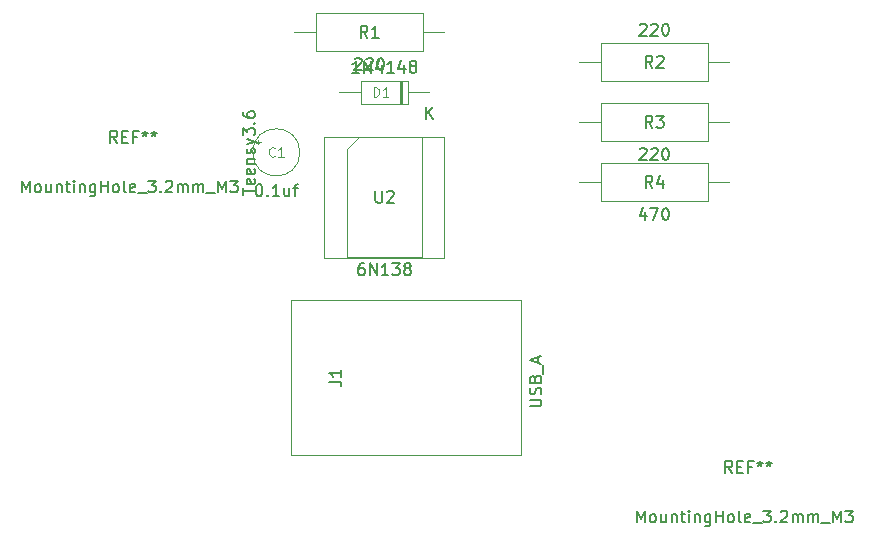
<source format=gbr>
G04 #@! TF.GenerationSoftware,KiCad,Pcbnew,(5.0.2)-1*
G04 #@! TF.CreationDate,2019-02-01T02:25:23-05:00*
G04 #@! TF.ProjectId,midimerger,6d696469-6d65-4726-9765-722e6b696361,rev?*
G04 #@! TF.SameCoordinates,PX60e4b00PY695f190*
G04 #@! TF.FileFunction,Other,Fab,Top*
%FSLAX46Y46*%
G04 Gerber Fmt 4.6, Leading zero omitted, Abs format (unit mm)*
G04 Created by KiCad (PCBNEW (5.0.2)-1) date 2/1/2019 2:25:23 AM*
%MOMM*%
%LPD*%
G01*
G04 APERTURE LIST*
%ADD10C,0.100000*%
%ADD11C,0.150000*%
%ADD12C,0.120000*%
G04 APERTURE END LIST*
D10*
G04 #@! TO.C,J1*
X26400000Y7420000D02*
X26400000Y20520000D01*
X26400000Y20520000D02*
X45870000Y20520000D01*
X26400000Y7420000D02*
X45870000Y7420000D01*
X45870000Y7420000D02*
X45870000Y20520000D01*
G04 #@! TO.C,C1*
X27130000Y33020000D02*
G75*
G03X27130000Y33020000I-2000000J0D01*
G01*
X23427446Y33887500D02*
X23827446Y33887500D01*
X23627446Y34087500D02*
X23627446Y33687500D01*
G04 #@! TO.C,D1*
X36290000Y37100000D02*
X36290000Y39100000D01*
X36290000Y39100000D02*
X32290000Y39100000D01*
X32290000Y39100000D02*
X32290000Y37100000D01*
X32290000Y37100000D02*
X36290000Y37100000D01*
X38100000Y38100000D02*
X36290000Y38100000D01*
X30480000Y38100000D02*
X32290000Y38100000D01*
X35690000Y37100000D02*
X35690000Y39100000D01*
X35590000Y37100000D02*
X35590000Y39100000D01*
X35790000Y37100000D02*
X35790000Y39100000D01*
G04 #@! TO.C,U2*
X32115000Y34290000D02*
X37465000Y34290000D01*
X37465000Y34290000D02*
X37465000Y24130000D01*
X37465000Y24130000D02*
X31115000Y24130000D01*
X31115000Y24130000D02*
X31115000Y33290000D01*
X31115000Y33290000D02*
X32115000Y34290000D01*
X29210000Y34350000D02*
X29210000Y24070000D01*
X29210000Y24070000D02*
X39370000Y24070000D01*
X39370000Y24070000D02*
X39370000Y34350000D01*
X39370000Y34350000D02*
X29210000Y34350000D01*
G04 #@! TO.C,R1*
X39370000Y43180000D02*
X37520000Y43180000D01*
X26670000Y43180000D02*
X28520000Y43180000D01*
X37520000Y44780000D02*
X28520000Y44780000D01*
X37520000Y41580000D02*
X37520000Y44780000D01*
X28520000Y41580000D02*
X37520000Y41580000D01*
X28520000Y44780000D02*
X28520000Y41580000D01*
G04 #@! TO.C,R2*
X61650000Y39040000D02*
X61650000Y42240000D01*
X61650000Y42240000D02*
X52650000Y42240000D01*
X52650000Y42240000D02*
X52650000Y39040000D01*
X52650000Y39040000D02*
X61650000Y39040000D01*
X63500000Y40640000D02*
X61650000Y40640000D01*
X50800000Y40640000D02*
X52650000Y40640000D01*
G04 #@! TO.C,R3*
X52650000Y37160000D02*
X52650000Y33960000D01*
X52650000Y33960000D02*
X61650000Y33960000D01*
X61650000Y33960000D02*
X61650000Y37160000D01*
X61650000Y37160000D02*
X52650000Y37160000D01*
X50800000Y35560000D02*
X52650000Y35560000D01*
X63500000Y35560000D02*
X61650000Y35560000D01*
G04 #@! TO.C,R4*
X63500000Y30480000D02*
X61650000Y30480000D01*
X50800000Y30480000D02*
X52650000Y30480000D01*
X61650000Y32080000D02*
X52650000Y32080000D01*
X61650000Y28880000D02*
X61650000Y32080000D01*
X52650000Y28880000D02*
X61650000Y28880000D01*
X52650000Y32080000D02*
X52650000Y28880000D01*
G04 #@! TD*
G04 #@! TO.C,U1*
D11*
X22312380Y29448572D02*
X22312380Y30020000D01*
X23312380Y29734286D02*
X22312380Y29734286D01*
X23264761Y30734286D02*
X23312380Y30639048D01*
X23312380Y30448572D01*
X23264761Y30353334D01*
X23169523Y30305715D01*
X22788571Y30305715D01*
X22693333Y30353334D01*
X22645714Y30448572D01*
X22645714Y30639048D01*
X22693333Y30734286D01*
X22788571Y30781905D01*
X22883809Y30781905D01*
X22979047Y30305715D01*
X23264761Y31591429D02*
X23312380Y31496191D01*
X23312380Y31305715D01*
X23264761Y31210477D01*
X23169523Y31162858D01*
X22788571Y31162858D01*
X22693333Y31210477D01*
X22645714Y31305715D01*
X22645714Y31496191D01*
X22693333Y31591429D01*
X22788571Y31639048D01*
X22883809Y31639048D01*
X22979047Y31162858D01*
X22645714Y32067620D02*
X23312380Y32067620D01*
X22740952Y32067620D02*
X22693333Y32115239D01*
X22645714Y32210477D01*
X22645714Y32353334D01*
X22693333Y32448572D01*
X22788571Y32496191D01*
X23312380Y32496191D01*
X23264761Y32924762D02*
X23312380Y33020000D01*
X23312380Y33210477D01*
X23264761Y33305715D01*
X23169523Y33353334D01*
X23121904Y33353334D01*
X23026666Y33305715D01*
X22979047Y33210477D01*
X22979047Y33067620D01*
X22931428Y32972381D01*
X22836190Y32924762D01*
X22788571Y32924762D01*
X22693333Y32972381D01*
X22645714Y33067620D01*
X22645714Y33210477D01*
X22693333Y33305715D01*
X22645714Y33686667D02*
X23312380Y33924762D01*
X22645714Y34162858D02*
X23312380Y33924762D01*
X23550476Y33829524D01*
X23598095Y33781905D01*
X23645714Y33686667D01*
X22312380Y34448572D02*
X22312380Y35067620D01*
X22693333Y34734286D01*
X22693333Y34877143D01*
X22740952Y34972381D01*
X22788571Y35020000D01*
X22883809Y35067620D01*
X23121904Y35067620D01*
X23217142Y35020000D01*
X23264761Y34972381D01*
X23312380Y34877143D01*
X23312380Y34591429D01*
X23264761Y34496191D01*
X23217142Y34448572D01*
X23217142Y35496191D02*
X23264761Y35543810D01*
X23312380Y35496191D01*
X23264761Y35448572D01*
X23217142Y35496191D01*
X23312380Y35496191D01*
X22312380Y36400953D02*
X22312380Y36210477D01*
X22360000Y36115239D01*
X22407619Y36067620D01*
X22550476Y35972381D01*
X22740952Y35924762D01*
X23121904Y35924762D01*
X23217142Y35972381D01*
X23264761Y36020000D01*
X23312380Y36115239D01*
X23312380Y36305715D01*
X23264761Y36400953D01*
X23217142Y36448572D01*
X23121904Y36496191D01*
X22883809Y36496191D01*
X22788571Y36448572D01*
X22740952Y36400953D01*
X22693333Y36305715D01*
X22693333Y36115239D01*
X22740952Y36020000D01*
X22788571Y35972381D01*
X22883809Y35924762D01*
G04 #@! TO.C,J1*
X46587380Y11523572D02*
X47396904Y11523572D01*
X47492142Y11571191D01*
X47539761Y11618810D01*
X47587380Y11714048D01*
X47587380Y11904524D01*
X47539761Y11999762D01*
X47492142Y12047381D01*
X47396904Y12095000D01*
X46587380Y12095000D01*
X47539761Y12523572D02*
X47587380Y12666429D01*
X47587380Y12904524D01*
X47539761Y12999762D01*
X47492142Y13047381D01*
X47396904Y13095000D01*
X47301666Y13095000D01*
X47206428Y13047381D01*
X47158809Y12999762D01*
X47111190Y12904524D01*
X47063571Y12714048D01*
X47015952Y12618810D01*
X46968333Y12571191D01*
X46873095Y12523572D01*
X46777857Y12523572D01*
X46682619Y12571191D01*
X46635000Y12618810D01*
X46587380Y12714048D01*
X46587380Y12952143D01*
X46635000Y13095000D01*
X47063571Y13856905D02*
X47111190Y13999762D01*
X47158809Y14047381D01*
X47254047Y14095000D01*
X47396904Y14095000D01*
X47492142Y14047381D01*
X47539761Y13999762D01*
X47587380Y13904524D01*
X47587380Y13523572D01*
X46587380Y13523572D01*
X46587380Y13856905D01*
X46635000Y13952143D01*
X46682619Y13999762D01*
X46777857Y14047381D01*
X46873095Y14047381D01*
X46968333Y13999762D01*
X47015952Y13952143D01*
X47063571Y13856905D01*
X47063571Y13523572D01*
X47682619Y14285477D02*
X47682619Y15047381D01*
X47301666Y15237858D02*
X47301666Y15714048D01*
X47587380Y15142620D02*
X46587380Y15475953D01*
X47587380Y15809286D01*
X29637380Y13611667D02*
X30351666Y13611667D01*
X30494523Y13564048D01*
X30589761Y13468810D01*
X30637380Y13325953D01*
X30637380Y13230715D01*
X30637380Y14611667D02*
X30637380Y14040239D01*
X30637380Y14325953D02*
X29637380Y14325953D01*
X29780238Y14230715D01*
X29875476Y14135477D01*
X29923095Y14040239D01*
G04 #@! TO.C,REF\002A\002A*
X3580952Y29637620D02*
X3580952Y30637620D01*
X3914285Y29923334D01*
X4247619Y30637620D01*
X4247619Y29637620D01*
X4866666Y29637620D02*
X4771428Y29685239D01*
X4723809Y29732858D01*
X4676190Y29828096D01*
X4676190Y30113810D01*
X4723809Y30209048D01*
X4771428Y30256667D01*
X4866666Y30304286D01*
X5009523Y30304286D01*
X5104761Y30256667D01*
X5152380Y30209048D01*
X5199999Y30113810D01*
X5199999Y29828096D01*
X5152380Y29732858D01*
X5104761Y29685239D01*
X5009523Y29637620D01*
X4866666Y29637620D01*
X6057142Y30304286D02*
X6057142Y29637620D01*
X5628571Y30304286D02*
X5628571Y29780477D01*
X5676190Y29685239D01*
X5771428Y29637620D01*
X5914285Y29637620D01*
X6009523Y29685239D01*
X6057142Y29732858D01*
X6533333Y30304286D02*
X6533333Y29637620D01*
X6533333Y30209048D02*
X6580952Y30256667D01*
X6676190Y30304286D01*
X6819047Y30304286D01*
X6914285Y30256667D01*
X6961904Y30161429D01*
X6961904Y29637620D01*
X7295238Y30304286D02*
X7676190Y30304286D01*
X7438095Y30637620D02*
X7438095Y29780477D01*
X7485714Y29685239D01*
X7580952Y29637620D01*
X7676190Y29637620D01*
X8009523Y29637620D02*
X8009523Y30304286D01*
X8009523Y30637620D02*
X7961904Y30590000D01*
X8009523Y30542381D01*
X8057142Y30590000D01*
X8009523Y30637620D01*
X8009523Y30542381D01*
X8485714Y30304286D02*
X8485714Y29637620D01*
X8485714Y30209048D02*
X8533333Y30256667D01*
X8628571Y30304286D01*
X8771428Y30304286D01*
X8866666Y30256667D01*
X8914285Y30161429D01*
X8914285Y29637620D01*
X9819047Y30304286D02*
X9819047Y29494762D01*
X9771428Y29399524D01*
X9723809Y29351905D01*
X9628571Y29304286D01*
X9485714Y29304286D01*
X9390476Y29351905D01*
X9819047Y29685239D02*
X9723809Y29637620D01*
X9533333Y29637620D01*
X9438095Y29685239D01*
X9390476Y29732858D01*
X9342857Y29828096D01*
X9342857Y30113810D01*
X9390476Y30209048D01*
X9438095Y30256667D01*
X9533333Y30304286D01*
X9723809Y30304286D01*
X9819047Y30256667D01*
X10295238Y29637620D02*
X10295238Y30637620D01*
X10295238Y30161429D02*
X10866666Y30161429D01*
X10866666Y29637620D02*
X10866666Y30637620D01*
X11485714Y29637620D02*
X11390476Y29685239D01*
X11342857Y29732858D01*
X11295238Y29828096D01*
X11295238Y30113810D01*
X11342857Y30209048D01*
X11390476Y30256667D01*
X11485714Y30304286D01*
X11628571Y30304286D01*
X11723809Y30256667D01*
X11771428Y30209048D01*
X11819047Y30113810D01*
X11819047Y29828096D01*
X11771428Y29732858D01*
X11723809Y29685239D01*
X11628571Y29637620D01*
X11485714Y29637620D01*
X12390476Y29637620D02*
X12295238Y29685239D01*
X12247619Y29780477D01*
X12247619Y30637620D01*
X13152380Y29685239D02*
X13057142Y29637620D01*
X12866666Y29637620D01*
X12771428Y29685239D01*
X12723809Y29780477D01*
X12723809Y30161429D01*
X12771428Y30256667D01*
X12866666Y30304286D01*
X13057142Y30304286D01*
X13152380Y30256667D01*
X13199999Y30161429D01*
X13199999Y30066191D01*
X12723809Y29970953D01*
X13390476Y29542381D02*
X14152380Y29542381D01*
X14295238Y30637620D02*
X14914285Y30637620D01*
X14580952Y30256667D01*
X14723809Y30256667D01*
X14819047Y30209048D01*
X14866666Y30161429D01*
X14914285Y30066191D01*
X14914285Y29828096D01*
X14866666Y29732858D01*
X14819047Y29685239D01*
X14723809Y29637620D01*
X14438095Y29637620D01*
X14342857Y29685239D01*
X14295238Y29732858D01*
X15342857Y29732858D02*
X15390476Y29685239D01*
X15342857Y29637620D01*
X15295238Y29685239D01*
X15342857Y29732858D01*
X15342857Y29637620D01*
X15771428Y30542381D02*
X15819047Y30590000D01*
X15914285Y30637620D01*
X16152380Y30637620D01*
X16247619Y30590000D01*
X16295238Y30542381D01*
X16342857Y30447143D01*
X16342857Y30351905D01*
X16295238Y30209048D01*
X15723809Y29637620D01*
X16342857Y29637620D01*
X16771428Y29637620D02*
X16771428Y30304286D01*
X16771428Y30209048D02*
X16819047Y30256667D01*
X16914285Y30304286D01*
X17057142Y30304286D01*
X17152380Y30256667D01*
X17199999Y30161429D01*
X17199999Y29637620D01*
X17199999Y30161429D02*
X17247619Y30256667D01*
X17342857Y30304286D01*
X17485714Y30304286D01*
X17580952Y30256667D01*
X17628571Y30161429D01*
X17628571Y29637620D01*
X18104761Y29637620D02*
X18104761Y30304286D01*
X18104761Y30209048D02*
X18152380Y30256667D01*
X18247619Y30304286D01*
X18390476Y30304286D01*
X18485714Y30256667D01*
X18533333Y30161429D01*
X18533333Y29637620D01*
X18533333Y30161429D02*
X18580952Y30256667D01*
X18676190Y30304286D01*
X18819047Y30304286D01*
X18914285Y30256667D01*
X18961904Y30161429D01*
X18961904Y29637620D01*
X19199999Y29542381D02*
X19961904Y29542381D01*
X20199999Y29637620D02*
X20199999Y30637620D01*
X20533333Y29923334D01*
X20866666Y30637620D01*
X20866666Y29637620D01*
X21247619Y30637620D02*
X21866666Y30637620D01*
X21533333Y30256667D01*
X21676190Y30256667D01*
X21771428Y30209048D01*
X21819047Y30161429D01*
X21866666Y30066191D01*
X21866666Y29828096D01*
X21819047Y29732858D01*
X21771428Y29685239D01*
X21676190Y29637620D01*
X21390476Y29637620D01*
X21295238Y29685239D01*
X21247619Y29732858D01*
X11666666Y33837620D02*
X11333333Y34313810D01*
X11095238Y33837620D02*
X11095238Y34837620D01*
X11476190Y34837620D01*
X11571428Y34790000D01*
X11619047Y34742381D01*
X11666666Y34647143D01*
X11666666Y34504286D01*
X11619047Y34409048D01*
X11571428Y34361429D01*
X11476190Y34313810D01*
X11095238Y34313810D01*
X12095238Y34361429D02*
X12428571Y34361429D01*
X12571428Y33837620D02*
X12095238Y33837620D01*
X12095238Y34837620D01*
X12571428Y34837620D01*
X13333333Y34361429D02*
X13000000Y34361429D01*
X13000000Y33837620D02*
X13000000Y34837620D01*
X13476190Y34837620D01*
X14000000Y34837620D02*
X14000000Y34599524D01*
X13761904Y34694762D02*
X14000000Y34599524D01*
X14238095Y34694762D01*
X13857142Y34409048D02*
X14000000Y34599524D01*
X14142857Y34409048D01*
X14761904Y34837620D02*
X14761904Y34599524D01*
X14523809Y34694762D02*
X14761904Y34599524D01*
X15000000Y34694762D01*
X14619047Y34409048D02*
X14761904Y34599524D01*
X14904761Y34409048D01*
G04 #@! TO.C,C1*
X23630000Y30317620D02*
X23725238Y30317620D01*
X23820476Y30270000D01*
X23868095Y30222381D01*
X23915714Y30127143D01*
X23963333Y29936667D01*
X23963333Y29698572D01*
X23915714Y29508096D01*
X23868095Y29412858D01*
X23820476Y29365239D01*
X23725238Y29317620D01*
X23630000Y29317620D01*
X23534761Y29365239D01*
X23487142Y29412858D01*
X23439523Y29508096D01*
X23391904Y29698572D01*
X23391904Y29936667D01*
X23439523Y30127143D01*
X23487142Y30222381D01*
X23534761Y30270000D01*
X23630000Y30317620D01*
X24391904Y29412858D02*
X24439523Y29365239D01*
X24391904Y29317620D01*
X24344285Y29365239D01*
X24391904Y29412858D01*
X24391904Y29317620D01*
X25391904Y29317620D02*
X24820476Y29317620D01*
X25106190Y29317620D02*
X25106190Y30317620D01*
X25010952Y30174762D01*
X24915714Y30079524D01*
X24820476Y30031905D01*
X26249047Y29984286D02*
X26249047Y29317620D01*
X25820476Y29984286D02*
X25820476Y29460477D01*
X25868095Y29365239D01*
X25963333Y29317620D01*
X26106190Y29317620D01*
X26201428Y29365239D01*
X26249047Y29412858D01*
X26582380Y29984286D02*
X26963333Y29984286D01*
X26725238Y29317620D02*
X26725238Y30174762D01*
X26772857Y30270000D01*
X26868095Y30317620D01*
X26963333Y30317620D01*
D12*
X24996666Y32734286D02*
X24958571Y32696191D01*
X24844285Y32658096D01*
X24768095Y32658096D01*
X24653809Y32696191D01*
X24577619Y32772381D01*
X24539523Y32848572D01*
X24501428Y33000953D01*
X24501428Y33115239D01*
X24539523Y33267620D01*
X24577619Y33343810D01*
X24653809Y33420000D01*
X24768095Y33458096D01*
X24844285Y33458096D01*
X24958571Y33420000D01*
X24996666Y33381905D01*
X25758571Y32658096D02*
X25301428Y32658096D01*
X25530000Y32658096D02*
X25530000Y33458096D01*
X25453809Y33343810D01*
X25377619Y33267620D01*
X25301428Y33229524D01*
G04 #@! TO.C,D1*
D11*
X32147142Y39767620D02*
X31575714Y39767620D01*
X31861428Y39767620D02*
X31861428Y40767620D01*
X31766190Y40624762D01*
X31670952Y40529524D01*
X31575714Y40481905D01*
X32575714Y39767620D02*
X32575714Y40767620D01*
X33147142Y39767620D01*
X33147142Y40767620D01*
X34051904Y40434286D02*
X34051904Y39767620D01*
X33813809Y40815239D02*
X33575714Y40100953D01*
X34194761Y40100953D01*
X35099523Y39767620D02*
X34528095Y39767620D01*
X34813809Y39767620D02*
X34813809Y40767620D01*
X34718571Y40624762D01*
X34623333Y40529524D01*
X34528095Y40481905D01*
X35956666Y40434286D02*
X35956666Y39767620D01*
X35718571Y40815239D02*
X35480476Y40100953D01*
X36099523Y40100953D01*
X36623333Y40339048D02*
X36528095Y40386667D01*
X36480476Y40434286D01*
X36432857Y40529524D01*
X36432857Y40577143D01*
X36480476Y40672381D01*
X36528095Y40720000D01*
X36623333Y40767620D01*
X36813809Y40767620D01*
X36909047Y40720000D01*
X36956666Y40672381D01*
X37004285Y40577143D01*
X37004285Y40529524D01*
X36956666Y40434286D01*
X36909047Y40386667D01*
X36813809Y40339048D01*
X36623333Y40339048D01*
X36528095Y40291429D01*
X36480476Y40243810D01*
X36432857Y40148572D01*
X36432857Y39958096D01*
X36480476Y39862858D01*
X36528095Y39815239D01*
X36623333Y39767620D01*
X36813809Y39767620D01*
X36909047Y39815239D01*
X36956666Y39862858D01*
X37004285Y39958096D01*
X37004285Y40148572D01*
X36956666Y40243810D01*
X36909047Y40291429D01*
X36813809Y40339048D01*
D12*
X33399523Y37738096D02*
X33399523Y38538096D01*
X33590000Y38538096D01*
X33704285Y38500000D01*
X33780476Y38423810D01*
X33818571Y38347620D01*
X33856666Y38195239D01*
X33856666Y38080953D01*
X33818571Y37928572D01*
X33780476Y37852381D01*
X33704285Y37776191D01*
X33590000Y37738096D01*
X33399523Y37738096D01*
X34618571Y37738096D02*
X34161428Y37738096D01*
X34390000Y37738096D02*
X34390000Y38538096D01*
X34313809Y38423810D01*
X34237619Y38347620D01*
X34161428Y38309524D01*
D11*
X37838095Y35847620D02*
X37838095Y36847620D01*
X38409523Y35847620D02*
X37980952Y36419048D01*
X38409523Y36847620D02*
X37838095Y36276191D01*
G04 #@! TO.C,U2*
X32528095Y23617620D02*
X32337619Y23617620D01*
X32242380Y23570000D01*
X32194761Y23522381D01*
X32099523Y23379524D01*
X32051904Y23189048D01*
X32051904Y22808096D01*
X32099523Y22712858D01*
X32147142Y22665239D01*
X32242380Y22617620D01*
X32432857Y22617620D01*
X32528095Y22665239D01*
X32575714Y22712858D01*
X32623333Y22808096D01*
X32623333Y23046191D01*
X32575714Y23141429D01*
X32528095Y23189048D01*
X32432857Y23236667D01*
X32242380Y23236667D01*
X32147142Y23189048D01*
X32099523Y23141429D01*
X32051904Y23046191D01*
X33051904Y22617620D02*
X33051904Y23617620D01*
X33623333Y22617620D01*
X33623333Y23617620D01*
X34623333Y22617620D02*
X34051904Y22617620D01*
X34337619Y22617620D02*
X34337619Y23617620D01*
X34242380Y23474762D01*
X34147142Y23379524D01*
X34051904Y23331905D01*
X34956666Y23617620D02*
X35575714Y23617620D01*
X35242380Y23236667D01*
X35385238Y23236667D01*
X35480476Y23189048D01*
X35528095Y23141429D01*
X35575714Y23046191D01*
X35575714Y22808096D01*
X35528095Y22712858D01*
X35480476Y22665239D01*
X35385238Y22617620D01*
X35099523Y22617620D01*
X35004285Y22665239D01*
X34956666Y22712858D01*
X36147142Y23189048D02*
X36051904Y23236667D01*
X36004285Y23284286D01*
X35956666Y23379524D01*
X35956666Y23427143D01*
X36004285Y23522381D01*
X36051904Y23570000D01*
X36147142Y23617620D01*
X36337619Y23617620D01*
X36432857Y23570000D01*
X36480476Y23522381D01*
X36528095Y23427143D01*
X36528095Y23379524D01*
X36480476Y23284286D01*
X36432857Y23236667D01*
X36337619Y23189048D01*
X36147142Y23189048D01*
X36051904Y23141429D01*
X36004285Y23093810D01*
X35956666Y22998572D01*
X35956666Y22808096D01*
X36004285Y22712858D01*
X36051904Y22665239D01*
X36147142Y22617620D01*
X36337619Y22617620D01*
X36432857Y22665239D01*
X36480476Y22712858D01*
X36528095Y22808096D01*
X36528095Y22998572D01*
X36480476Y23093810D01*
X36432857Y23141429D01*
X36337619Y23189048D01*
X33528095Y29757620D02*
X33528095Y28948096D01*
X33575714Y28852858D01*
X33623333Y28805239D01*
X33718571Y28757620D01*
X33909047Y28757620D01*
X34004285Y28805239D01*
X34051904Y28852858D01*
X34099523Y28948096D01*
X34099523Y29757620D01*
X34528095Y29662381D02*
X34575714Y29710000D01*
X34670952Y29757620D01*
X34909047Y29757620D01*
X35004285Y29710000D01*
X35051904Y29662381D01*
X35099523Y29567143D01*
X35099523Y29471905D01*
X35051904Y29329048D01*
X34480476Y28757620D01*
X35099523Y28757620D01*
G04 #@! TO.C,REF\002A\002A*
X55650952Y1697620D02*
X55650952Y2697620D01*
X55984285Y1983334D01*
X56317619Y2697620D01*
X56317619Y1697620D01*
X56936666Y1697620D02*
X56841428Y1745239D01*
X56793809Y1792858D01*
X56746190Y1888096D01*
X56746190Y2173810D01*
X56793809Y2269048D01*
X56841428Y2316667D01*
X56936666Y2364286D01*
X57079523Y2364286D01*
X57174761Y2316667D01*
X57222380Y2269048D01*
X57270000Y2173810D01*
X57270000Y1888096D01*
X57222380Y1792858D01*
X57174761Y1745239D01*
X57079523Y1697620D01*
X56936666Y1697620D01*
X58127142Y2364286D02*
X58127142Y1697620D01*
X57698571Y2364286D02*
X57698571Y1840477D01*
X57746190Y1745239D01*
X57841428Y1697620D01*
X57984285Y1697620D01*
X58079523Y1745239D01*
X58127142Y1792858D01*
X58603333Y2364286D02*
X58603333Y1697620D01*
X58603333Y2269048D02*
X58650952Y2316667D01*
X58746190Y2364286D01*
X58889047Y2364286D01*
X58984285Y2316667D01*
X59031904Y2221429D01*
X59031904Y1697620D01*
X59365238Y2364286D02*
X59746190Y2364286D01*
X59508095Y2697620D02*
X59508095Y1840477D01*
X59555714Y1745239D01*
X59650952Y1697620D01*
X59746190Y1697620D01*
X60079523Y1697620D02*
X60079523Y2364286D01*
X60079523Y2697620D02*
X60031904Y2650000D01*
X60079523Y2602381D01*
X60127142Y2650000D01*
X60079523Y2697620D01*
X60079523Y2602381D01*
X60555714Y2364286D02*
X60555714Y1697620D01*
X60555714Y2269048D02*
X60603333Y2316667D01*
X60698571Y2364286D01*
X60841428Y2364286D01*
X60936666Y2316667D01*
X60984285Y2221429D01*
X60984285Y1697620D01*
X61889047Y2364286D02*
X61889047Y1554762D01*
X61841428Y1459524D01*
X61793809Y1411905D01*
X61698571Y1364286D01*
X61555714Y1364286D01*
X61460476Y1411905D01*
X61889047Y1745239D02*
X61793809Y1697620D01*
X61603333Y1697620D01*
X61508095Y1745239D01*
X61460476Y1792858D01*
X61412857Y1888096D01*
X61412857Y2173810D01*
X61460476Y2269048D01*
X61508095Y2316667D01*
X61603333Y2364286D01*
X61793809Y2364286D01*
X61889047Y2316667D01*
X62365238Y1697620D02*
X62365238Y2697620D01*
X62365238Y2221429D02*
X62936666Y2221429D01*
X62936666Y1697620D02*
X62936666Y2697620D01*
X63555714Y1697620D02*
X63460476Y1745239D01*
X63412857Y1792858D01*
X63365238Y1888096D01*
X63365238Y2173810D01*
X63412857Y2269048D01*
X63460476Y2316667D01*
X63555714Y2364286D01*
X63698571Y2364286D01*
X63793809Y2316667D01*
X63841428Y2269048D01*
X63889047Y2173810D01*
X63889047Y1888096D01*
X63841428Y1792858D01*
X63793809Y1745239D01*
X63698571Y1697620D01*
X63555714Y1697620D01*
X64460476Y1697620D02*
X64365238Y1745239D01*
X64317619Y1840477D01*
X64317619Y2697620D01*
X65222380Y1745239D02*
X65127142Y1697620D01*
X64936666Y1697620D01*
X64841428Y1745239D01*
X64793809Y1840477D01*
X64793809Y2221429D01*
X64841428Y2316667D01*
X64936666Y2364286D01*
X65127142Y2364286D01*
X65222380Y2316667D01*
X65270000Y2221429D01*
X65270000Y2126191D01*
X64793809Y2030953D01*
X65460476Y1602381D02*
X66222380Y1602381D01*
X66365238Y2697620D02*
X66984285Y2697620D01*
X66650952Y2316667D01*
X66793809Y2316667D01*
X66889047Y2269048D01*
X66936666Y2221429D01*
X66984285Y2126191D01*
X66984285Y1888096D01*
X66936666Y1792858D01*
X66889047Y1745239D01*
X66793809Y1697620D01*
X66508095Y1697620D01*
X66412857Y1745239D01*
X66365238Y1792858D01*
X67412857Y1792858D02*
X67460476Y1745239D01*
X67412857Y1697620D01*
X67365238Y1745239D01*
X67412857Y1792858D01*
X67412857Y1697620D01*
X67841428Y2602381D02*
X67889047Y2650000D01*
X67984285Y2697620D01*
X68222380Y2697620D01*
X68317619Y2650000D01*
X68365238Y2602381D01*
X68412857Y2507143D01*
X68412857Y2411905D01*
X68365238Y2269048D01*
X67793809Y1697620D01*
X68412857Y1697620D01*
X68841428Y1697620D02*
X68841428Y2364286D01*
X68841428Y2269048D02*
X68889047Y2316667D01*
X68984285Y2364286D01*
X69127142Y2364286D01*
X69222380Y2316667D01*
X69270000Y2221429D01*
X69270000Y1697620D01*
X69270000Y2221429D02*
X69317619Y2316667D01*
X69412857Y2364286D01*
X69555714Y2364286D01*
X69650952Y2316667D01*
X69698571Y2221429D01*
X69698571Y1697620D01*
X70174761Y1697620D02*
X70174761Y2364286D01*
X70174761Y2269048D02*
X70222380Y2316667D01*
X70317619Y2364286D01*
X70460476Y2364286D01*
X70555714Y2316667D01*
X70603333Y2221429D01*
X70603333Y1697620D01*
X70603333Y2221429D02*
X70650952Y2316667D01*
X70746190Y2364286D01*
X70889047Y2364286D01*
X70984285Y2316667D01*
X71031904Y2221429D01*
X71031904Y1697620D01*
X71270000Y1602381D02*
X72031904Y1602381D01*
X72270000Y1697620D02*
X72270000Y2697620D01*
X72603333Y1983334D01*
X72936666Y2697620D01*
X72936666Y1697620D01*
X73317619Y2697620D02*
X73936666Y2697620D01*
X73603333Y2316667D01*
X73746190Y2316667D01*
X73841428Y2269048D01*
X73889047Y2221429D01*
X73936666Y2126191D01*
X73936666Y1888096D01*
X73889047Y1792858D01*
X73841428Y1745239D01*
X73746190Y1697620D01*
X73460476Y1697620D01*
X73365238Y1745239D01*
X73317619Y1792858D01*
X63736666Y5897620D02*
X63403333Y6373810D01*
X63165238Y5897620D02*
X63165238Y6897620D01*
X63546190Y6897620D01*
X63641428Y6850000D01*
X63689047Y6802381D01*
X63736666Y6707143D01*
X63736666Y6564286D01*
X63689047Y6469048D01*
X63641428Y6421429D01*
X63546190Y6373810D01*
X63165238Y6373810D01*
X64165238Y6421429D02*
X64498571Y6421429D01*
X64641428Y5897620D02*
X64165238Y5897620D01*
X64165238Y6897620D01*
X64641428Y6897620D01*
X65403333Y6421429D02*
X65070000Y6421429D01*
X65070000Y5897620D02*
X65070000Y6897620D01*
X65546190Y6897620D01*
X66070000Y6897620D02*
X66070000Y6659524D01*
X65831904Y6754762D02*
X66070000Y6659524D01*
X66308095Y6754762D01*
X65927142Y6469048D02*
X66070000Y6659524D01*
X66212857Y6469048D01*
X66831904Y6897620D02*
X66831904Y6659524D01*
X66593809Y6754762D02*
X66831904Y6659524D01*
X67070000Y6754762D01*
X66689047Y6469048D02*
X66831904Y6659524D01*
X66974761Y6469048D01*
G04 #@! TO.C,R1*
X31781904Y40912381D02*
X31829523Y40960000D01*
X31924761Y41007620D01*
X32162857Y41007620D01*
X32258095Y40960000D01*
X32305714Y40912381D01*
X32353333Y40817143D01*
X32353333Y40721905D01*
X32305714Y40579048D01*
X31734285Y40007620D01*
X32353333Y40007620D01*
X32734285Y40912381D02*
X32781904Y40960000D01*
X32877142Y41007620D01*
X33115238Y41007620D01*
X33210476Y40960000D01*
X33258095Y40912381D01*
X33305714Y40817143D01*
X33305714Y40721905D01*
X33258095Y40579048D01*
X32686666Y40007620D01*
X33305714Y40007620D01*
X33924761Y41007620D02*
X34020000Y41007620D01*
X34115238Y40960000D01*
X34162857Y40912381D01*
X34210476Y40817143D01*
X34258095Y40626667D01*
X34258095Y40388572D01*
X34210476Y40198096D01*
X34162857Y40102858D01*
X34115238Y40055239D01*
X34020000Y40007620D01*
X33924761Y40007620D01*
X33829523Y40055239D01*
X33781904Y40102858D01*
X33734285Y40198096D01*
X33686666Y40388572D01*
X33686666Y40626667D01*
X33734285Y40817143D01*
X33781904Y40912381D01*
X33829523Y40960000D01*
X33924761Y41007620D01*
X32853333Y42727620D02*
X32520000Y43203810D01*
X32281904Y42727620D02*
X32281904Y43727620D01*
X32662857Y43727620D01*
X32758095Y43680000D01*
X32805714Y43632381D01*
X32853333Y43537143D01*
X32853333Y43394286D01*
X32805714Y43299048D01*
X32758095Y43251429D01*
X32662857Y43203810D01*
X32281904Y43203810D01*
X33805714Y42727620D02*
X33234285Y42727620D01*
X33520000Y42727620D02*
X33520000Y43727620D01*
X33424761Y43584762D01*
X33329523Y43489524D01*
X33234285Y43441905D01*
G04 #@! TO.C,R2*
X55911904Y43812381D02*
X55959523Y43860000D01*
X56054761Y43907620D01*
X56292857Y43907620D01*
X56388095Y43860000D01*
X56435714Y43812381D01*
X56483333Y43717143D01*
X56483333Y43621905D01*
X56435714Y43479048D01*
X55864285Y42907620D01*
X56483333Y42907620D01*
X56864285Y43812381D02*
X56911904Y43860000D01*
X57007142Y43907620D01*
X57245238Y43907620D01*
X57340476Y43860000D01*
X57388095Y43812381D01*
X57435714Y43717143D01*
X57435714Y43621905D01*
X57388095Y43479048D01*
X56816666Y42907620D01*
X57435714Y42907620D01*
X58054761Y43907620D02*
X58150000Y43907620D01*
X58245238Y43860000D01*
X58292857Y43812381D01*
X58340476Y43717143D01*
X58388095Y43526667D01*
X58388095Y43288572D01*
X58340476Y43098096D01*
X58292857Y43002858D01*
X58245238Y42955239D01*
X58150000Y42907620D01*
X58054761Y42907620D01*
X57959523Y42955239D01*
X57911904Y43002858D01*
X57864285Y43098096D01*
X57816666Y43288572D01*
X57816666Y43526667D01*
X57864285Y43717143D01*
X57911904Y43812381D01*
X57959523Y43860000D01*
X58054761Y43907620D01*
X56983333Y40187620D02*
X56650000Y40663810D01*
X56411904Y40187620D02*
X56411904Y41187620D01*
X56792857Y41187620D01*
X56888095Y41140000D01*
X56935714Y41092381D01*
X56983333Y40997143D01*
X56983333Y40854286D01*
X56935714Y40759048D01*
X56888095Y40711429D01*
X56792857Y40663810D01*
X56411904Y40663810D01*
X57364285Y41092381D02*
X57411904Y41140000D01*
X57507142Y41187620D01*
X57745238Y41187620D01*
X57840476Y41140000D01*
X57888095Y41092381D01*
X57935714Y40997143D01*
X57935714Y40901905D01*
X57888095Y40759048D01*
X57316666Y40187620D01*
X57935714Y40187620D01*
G04 #@! TO.C,R3*
X55911904Y33292381D02*
X55959523Y33340000D01*
X56054761Y33387620D01*
X56292857Y33387620D01*
X56388095Y33340000D01*
X56435714Y33292381D01*
X56483333Y33197143D01*
X56483333Y33101905D01*
X56435714Y32959048D01*
X55864285Y32387620D01*
X56483333Y32387620D01*
X56864285Y33292381D02*
X56911904Y33340000D01*
X57007142Y33387620D01*
X57245238Y33387620D01*
X57340476Y33340000D01*
X57388095Y33292381D01*
X57435714Y33197143D01*
X57435714Y33101905D01*
X57388095Y32959048D01*
X56816666Y32387620D01*
X57435714Y32387620D01*
X58054761Y33387620D02*
X58150000Y33387620D01*
X58245238Y33340000D01*
X58292857Y33292381D01*
X58340476Y33197143D01*
X58388095Y33006667D01*
X58388095Y32768572D01*
X58340476Y32578096D01*
X58292857Y32482858D01*
X58245238Y32435239D01*
X58150000Y32387620D01*
X58054761Y32387620D01*
X57959523Y32435239D01*
X57911904Y32482858D01*
X57864285Y32578096D01*
X57816666Y32768572D01*
X57816666Y33006667D01*
X57864285Y33197143D01*
X57911904Y33292381D01*
X57959523Y33340000D01*
X58054761Y33387620D01*
X56983333Y35107620D02*
X56650000Y35583810D01*
X56411904Y35107620D02*
X56411904Y36107620D01*
X56792857Y36107620D01*
X56888095Y36060000D01*
X56935714Y36012381D01*
X56983333Y35917143D01*
X56983333Y35774286D01*
X56935714Y35679048D01*
X56888095Y35631429D01*
X56792857Y35583810D01*
X56411904Y35583810D01*
X57316666Y36107620D02*
X57935714Y36107620D01*
X57602380Y35726667D01*
X57745238Y35726667D01*
X57840476Y35679048D01*
X57888095Y35631429D01*
X57935714Y35536191D01*
X57935714Y35298096D01*
X57888095Y35202858D01*
X57840476Y35155239D01*
X57745238Y35107620D01*
X57459523Y35107620D01*
X57364285Y35155239D01*
X57316666Y35202858D01*
G04 #@! TO.C,R4*
X56388095Y27974286D02*
X56388095Y27307620D01*
X56150000Y28355239D02*
X55911904Y27640953D01*
X56530952Y27640953D01*
X56816666Y28307620D02*
X57483333Y28307620D01*
X57054761Y27307620D01*
X58054761Y28307620D02*
X58150000Y28307620D01*
X58245238Y28260000D01*
X58292857Y28212381D01*
X58340476Y28117143D01*
X58388095Y27926667D01*
X58388095Y27688572D01*
X58340476Y27498096D01*
X58292857Y27402858D01*
X58245238Y27355239D01*
X58150000Y27307620D01*
X58054761Y27307620D01*
X57959523Y27355239D01*
X57911904Y27402858D01*
X57864285Y27498096D01*
X57816666Y27688572D01*
X57816666Y27926667D01*
X57864285Y28117143D01*
X57911904Y28212381D01*
X57959523Y28260000D01*
X58054761Y28307620D01*
X56983333Y30027620D02*
X56650000Y30503810D01*
X56411904Y30027620D02*
X56411904Y31027620D01*
X56792857Y31027620D01*
X56888095Y30980000D01*
X56935714Y30932381D01*
X56983333Y30837143D01*
X56983333Y30694286D01*
X56935714Y30599048D01*
X56888095Y30551429D01*
X56792857Y30503810D01*
X56411904Y30503810D01*
X57840476Y30694286D02*
X57840476Y30027620D01*
X57602380Y31075239D02*
X57364285Y30360953D01*
X57983333Y30360953D01*
G04 #@! TD*
M02*

</source>
